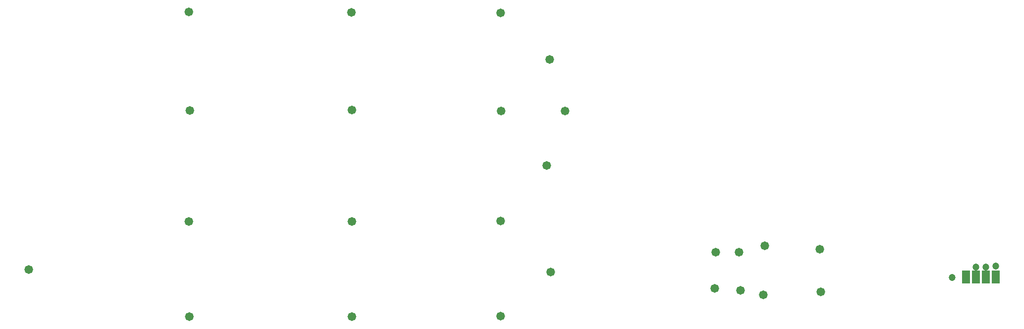
<source format=gts>
G04*
G04 #@! TF.GenerationSoftware,Altium Limited,Altium Designer,18.0.7 (293)*
G04*
G04 Layer_Color=8388736*
%FSAX25Y25*%
%MOIN*%
G70*
G01*
G75*
%ADD12R,0.05524X0.08674*%
%ADD13C,0.04737*%
%ADD14C,0.05800*%
D12*
X2279014Y0086800D02*
D03*
X2285707D02*
D03*
X2292400D02*
D03*
X2299093D02*
D03*
D13*
X2299100Y0094100D02*
D03*
X2292600Y0093700D02*
D03*
X2285700Y0093600D02*
D03*
X2269800Y0086700D02*
D03*
D14*
X2009400Y0198400D02*
D03*
X2142900Y0074954D02*
D03*
X2143800Y0107954D02*
D03*
X2110210Y0079353D02*
D03*
X2127533Y0077953D02*
D03*
X2110900Y0103454D02*
D03*
X2126600D02*
D03*
X1966000Y0264564D02*
D03*
X1865700Y0264754D02*
D03*
X1756400Y0265154D02*
D03*
X1757300Y0198953D02*
D03*
X1866100Y0199054D02*
D03*
X1966600Y0198554D02*
D03*
X1966300Y0124453D02*
D03*
X1866100Y0124253D02*
D03*
X1756500Y0124054D02*
D03*
X1756800Y0060053D02*
D03*
X1866300Y0060353D02*
D03*
X1966300Y0060654D02*
D03*
X2181600Y0076753D02*
D03*
X2180700Y0105400D02*
D03*
X1999100Y0233100D02*
D03*
X1648774Y0091755D02*
D03*
X1999900Y0090300D02*
D03*
X1997200Y0162000D02*
D03*
M02*

</source>
